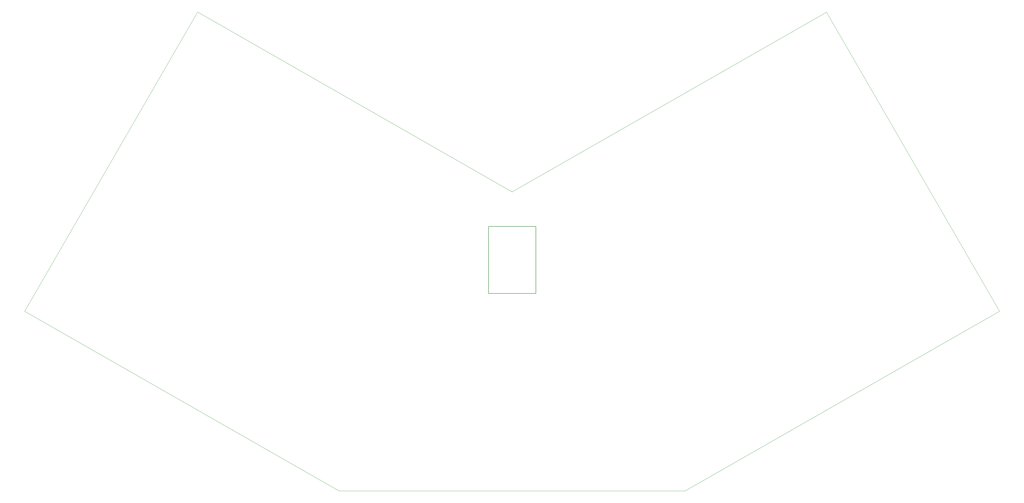
<source format=gbr>
%TF.GenerationSoftware,KiCad,Pcbnew,7.0.7*%
%TF.CreationDate,2024-06-13T17:52:44+09:00*%
%TF.ProjectId,hmproto34-bottom,686d7072-6f74-46f3-9334-2d626f74746f,rev?*%
%TF.SameCoordinates,Original*%
%TF.FileFunction,Profile,NP*%
%FSLAX46Y46*%
G04 Gerber Fmt 4.6, Leading zero omitted, Abs format (unit mm)*
G04 Created by KiCad (PCBNEW 7.0.7) date 2024-06-13 17:52:44*
%MOMM*%
%LPD*%
G01*
G04 APERTURE LIST*
%TA.AperFunction,Profile*%
%ADD10C,0.100000*%
%TD*%
%TA.AperFunction,Profile*%
%ADD11C,0.200000*%
%TD*%
G04 APERTURE END LIST*
D10*
X330790000Y-94490000D02*
X265770000Y18160000D01*
X212600000Y-162140000D02*
X330790000Y-94490000D01*
D11*
X138730000Y-62550000D02*
X156550000Y-62550000D01*
X156550000Y-87790000D01*
X138730000Y-87790000D01*
X138730000Y-62550000D01*
D10*
X147560000Y-49530000D02*
X29360000Y18170000D01*
X265770000Y18160000D02*
X147560000Y-49530000D01*
X29360000Y18170000D02*
X-35670000Y-94490000D01*
X212600000Y-162140000D02*
X82540000Y-162140000D01*
X-35670000Y-94490000D02*
X82540000Y-162140000D01*
M02*

</source>
